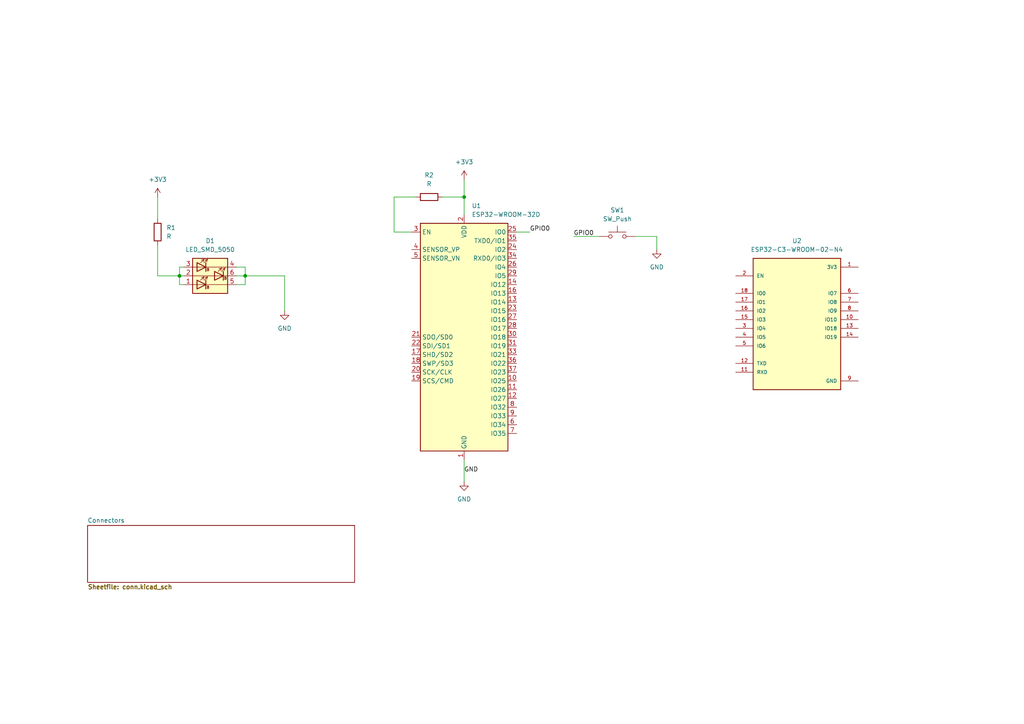
<source format=kicad_sch>
(kicad_sch (version 20231120) (generator "eeschema") (generator_version "8.0")
  (paper "A4")
  (lib_symbols
    (symbol "Alexander Symbol Library:ESP32-C3-WROOM-02-N4" (pin_names (offset 1.016))
      (property "Reference" "U" (at -12.7 21.082 0))
      (property "Value" "ESP32-C3-WROOM-02-N4" (at -13.208 -19.05 0))
      (symbol "ESP32-C3-WROOM-02-N4_0_0"
        (rectangle (start -12.7 20.32) (end 12.7 -17.78) (stroke (width 0.254)) (fill (type background)))
        (pin power_in line (at 17.78 17.78 180) (length 5.08) (name "3V3") (number "1"))
        (pin bidirectional line (at 17.78 2.54 180) (length 5.08) (name "IO10") (number "10"))
        (pin bidirectional line (at -17.78 -12.7 0) (length 5.08) (name "RXD") (number "11"))
        (pin bidirectional line (at -17.78 -10.16 0) (length 5.08) (name "TXD") (number "12"))
        (pin bidirectional line (at 17.78 0 180) (length 5.08) (name "IO18") (number "13"))
        (pin bidirectional line (at 17.78 -2.54 180) (length 5.08) (name "IO19") (number "14"))
        (pin bidirectional line (at -17.78 2.54 0) (length 5.08) (name "IO3") (number "15"))
        (pin bidirectional line (at -17.78 5.08 0) (length 5.08) (name "IO2") (number "16"))
        (pin bidirectional line (at -17.78 7.62 0) (length 5.08) (name "IO1") (number "17"))
        (pin bidirectional line (at -17.78 10.16 0) (length 5.08) (name "IO0") (number "18"))
        (pin power_in line (at 17.78 -15.24 180) (length 5.08) hide (name "GND__1") (number "19"))
        (pin input line (at -17.78 15.24 0) (length 5.08) (name "EN") (number "2"))
        (pin power_in line (at 17.78 -15.24 180) (length 5.08) hide (name "GND__2") (number "20"))
        (pin power_in line (at 17.78 -15.24 180) (length 5.08) hide (name "GND__3") (number "21"))
        (pin power_in line (at 17.78 -15.24 180) (length 5.08) hide (name "GND__4") (number "22"))
        (pin power_in line (at 17.78 -15.24 180) (length 5.08) hide (name "GND__5") (number "23"))
        (pin power_in line (at 17.78 -15.24 180) (length 5.08) hide (name "GND__6") (number "24"))
        (pin power_in line (at 17.78 -15.24 180) (length 5.08) hide (name "GND__7") (number "25"))
        (pin power_in line (at 17.78 -15.24 180) (length 5.08) hide (name "GND__8") (number "26"))
        (pin power_in line (at 17.78 -15.24 180) (length 5.08) hide (name "GND__9") (number "27"))
        (pin power_in line (at 17.78 -15.24 180) (length 5.08) hide (name "GND__10") (number "28"))
        (pin power_in line (at 17.78 -15.24 180) (length 5.08) hide (name "GND__11") (number "29"))
        (pin bidirectional line (at -17.78 0 0) (length 5.08) (name "IO4") (number "3"))
        (pin power_in line (at 17.78 -15.24 180) (length 5.08) hide (name "GND__12") (number "30"))
        (pin power_in line (at 17.78 -15.24 180) (length 5.08) hide (name "GND__13") (number "31"))
        (pin power_in line (at 17.78 -15.24 180) (length 5.08) hide (name "GND__14") (number "32"))
        (pin power_in line (at 17.78 -15.24 180) (length 5.08) hide (name "GND__15") (number "33"))
        (pin power_in line (at 17.78 -15.24 180) (length 5.08) hide (name "GND__16") (number "34"))
        (pin power_in line (at 16.51 -15.24 180) (length 5.08) hide (name "GND__17") (number "35"))
        (pin power_in line (at 16.51 -15.24 180) (length 5.08) hide (name "GND__18") (number "36"))
        (pin power_in line (at 16.51 -15.24 180) (length 5.08) hide (name "GND__19") (number "37"))
        (pin power_in line (at 16.51 -15.24 180) (length 5.08) hide (name "GND__20") (number "38"))
        (pin power_in line (at 16.51 -15.24 180) (length 5.08) hide (name "GND__21") (number "39"))
        (pin bidirectional line (at -17.78 -2.54 0) (length 5.08) (name "IO5") (number "4"))
        (pin bidirectional line (at -17.78 -5.08 0) (length 5.08) (name "IO6") (number "5"))
        (pin bidirectional line (at 17.78 10.16 180) (length 5.08) (name "IO7") (number "6"))
        (pin bidirectional line (at 17.78 7.62 180) (length 5.08) (name "IO8") (number "7"))
        (pin bidirectional line (at 17.78 5.08 180) (length 5.08) (name "IO9") (number "8"))
        (pin power_in line (at 17.78 -15.24 180) (length 5.08) (name "GND") (number "9"))
      )
    )
    (symbol "Alexander_Library_Symbols:LED_SMD_5050" (pin_names hide)
      (property "Reference" "D" (at -5.08 6.35 0))
      (property "Value" "LED_SMD_5050" (at -5.08 -6.35 0))
      (symbol "LED_SMD_5050_0_0"
        (text "B" (at -0.635 -3.3274 0) (effects (font (size 0.762 0.762))))
      )
      (symbol "LED_SMD_5050_0_1"
        (rectangle (start -5.08 5.08) (end 5.08 -5.08) (stroke (width 0.254)) (fill (type background)))
        (polyline (pts (xy -5.08 -2.54) (xy 5.08 -2.54)))
        (polyline (pts (xy -5.08 0) (xy 5.08 0)))
        (polyline (pts (xy -5.08 2.54) (xy 5.08 2.54)))
        (polyline (pts (xy -2.794 -1.27) (xy -1.778 -0.254)))
        (polyline (pts (xy -2.794 3.81) (xy -1.778 4.826)))
        (polyline (pts (xy -1.778 -1.27) (xy -0.762 -0.254)))
        (polyline (pts (xy -1.778 3.81) (xy -0.762 4.826)))
        (polyline (pts (xy -1.27 -1.27) (xy -1.27 -3.81)) (stroke (width 0.254)))
        (polyline (pts (xy -1.27 3.81) (xy -1.27 1.27)) (stroke (width 0.254)))
        (polyline (pts (xy 2.286 1.27) (xy 3.302 2.286)))
        (polyline (pts (xy 3.302 1.27) (xy 4.318 2.286)))
        (polyline (pts (xy 3.81 1.27) (xy 3.81 -1.27)) (stroke (width 0.254)))
        (polyline (pts (xy -2.54 4.572) (xy -1.778 4.826) (xy -2.032 4.064)))
        (polyline (pts (xy -2.032 -1.016) (xy -1.778 -0.254) (xy -2.54 -0.508)))
        (polyline (pts (xy -1.524 -0.508) (xy -0.762 -0.254) (xy -1.016 -1.016)))
        (polyline (pts (xy -1.524 4.572) (xy -0.762 4.826) (xy -1.016 4.064)))
        (polyline (pts (xy 3.048 1.524) (xy 3.302 2.286) (xy 2.54 2.032)))
        (polyline (pts (xy 3.556 2.032) (xy 4.318 2.286) (xy 4.064 1.524)))
        (polyline (pts (xy -3.81 -1.27) (xy -3.81 -3.81) (xy -1.27 -2.54) (xy -3.81 -1.27)) (stroke (width 0.254)))
        (polyline (pts (xy -3.81 3.81) (xy -3.81 1.27) (xy -1.27 2.54) (xy -3.81 3.81)) (stroke (width 0.254)))
        (polyline (pts (xy 1.27 1.27) (xy 1.27 -1.27) (xy 3.81 0) (xy 1.27 1.27)) (stroke (width 0.254)))
      )
      (symbol "LED_SMD_5050_1_0"
        (text "B" (at -0.635 1.8034 0) (effects (font (size 0.762 0.762))))
        (text "B" (at 4.4196 -0.7112 0) (effects (font (size 0.762 0.762))))
      )
      (symbol "LED_SMD_5050_1_1"
        (pin passive line (at -7.62 -2.54 0) (length 2.54) (name "AB") (number "1"))
        (pin passive line (at -7.62 0 0) (length 2.54) (name "KB") (number "2"))
        (pin passive line (at -7.62 2.54 0) (length 2.54) (name "AR") (number "3"))
        (pin passive line (at 7.62 2.54 180) (length 2.54) (name "KR") (number "4"))
        (pin passive line (at 7.62 -2.54 180) (length 2.54) (name "AG") (number "5"))
        (pin passive line (at 7.62 0 180) (length 2.54) (name "KR") (number "6"))
      )
    )
    (symbol "Device:R" (pin_numbers hide) (pin_names (offset 0))
      (property "Reference" "R" (at 2.032 0 90))
      (property "Value" "R" (at 0 0 90))
      (symbol "R_0_1"
        (rectangle (start -1.016 -2.54) (end 1.016 2.54) (stroke (width 0.254)))
      )
      (symbol "R_1_1"
        (pin passive line (at 0 3.81 270) (length 1.27) (name "~") (number "1"))
        (pin passive line (at 0 -3.81 90) (length 1.27) (name "~") (number "2"))
      )
    )
    (symbol "RF_Module:ESP32-WROOM-32D"
      (property "Reference" "U" (at -12.7 34.29 0))
      (property "Value" "ESP32-WROOM-32D" (at 1.27 34.29 0))
      (symbol "ESP32-WROOM-32D_0_1"
        (rectangle (start -12.7 33.02) (end 12.7 -33.02) (stroke (width 0.254)) (fill (type background)))
      )
      (symbol "ESP32-WROOM-32D_1_1"
        (pin power_in line (at 0 -35.56 90) (length 2.54) (name "GND") (number "1"))
        (pin bidirectional line (at 15.24 -12.7 180) (length 2.54) (name "IO25") (number "10"))
        (pin bidirectional line (at 15.24 -15.24 180) (length 2.54) (name "IO26") (number "11"))
        (pin bidirectional line (at 15.24 -17.78 180) (length 2.54) (name "IO27") (number "12"))
        (pin bidirectional line (at 15.24 10.16 180) (length 2.54) (name "IO14") (number "13"))
        (pin bidirectional line (at 15.24 15.24 180) (length 2.54) (name "IO12") (number "14"))
        (pin passive line (at 0 -35.56 90) (length 2.54) hide (name "GND") (number "15"))
        (pin bidirectional line (at 15.24 12.7 180) (length 2.54) (name "IO13") (number "16"))
        (pin bidirectional line (at -15.24 -5.08 0) (length 2.54) (name "SHD/SD2") (number "17"))
        (pin bidirectional line (at -15.24 -7.62 0) (length 2.54) (name "SWP/SD3") (number "18"))
        (pin bidirectional line (at -15.24 -12.7 0) (length 2.54) (name "SCS/CMD") (number "19"))
        (pin power_in line (at 0 35.56 270) (length 2.54) (name "VDD") (number "2"))
        (pin bidirectional line (at -15.24 -10.16 0) (length 2.54) (name "SCK/CLK") (number "20"))
        (pin bidirectional line (at -15.24 0 0) (length 2.54) (name "SDO/SD0") (number "21"))
        (pin bidirectional line (at -15.24 -2.54 0) (length 2.54) (name "SDI/SD1") (number "22"))
        (pin bidirectional line (at 15.24 7.62 180) (length 2.54) (name "IO15") (number "23"))
        (pin bidirectional line (at 15.24 25.4 180) (length 2.54) (name "IO2") (number "24"))
        (pin bidirectional line (at 15.24 30.48 180) (length 2.54) (name "IO0") (number "25"))
        (pin bidirectional line (at 15.24 20.32 180) (length 2.54) (name "IO4") (number "26"))
        (pin bidirectional line (at 15.24 5.08 180) (length 2.54) (name "IO16") (number "27"))
        (pin bidirectional line (at 15.24 2.54 180) (length 2.54) (name "IO17") (number "28"))
        (pin bidirectional line (at 15.24 17.78 180) (length 2.54) (name "IO5") (number "29"))
        (pin input line (at -15.24 30.48 0) (length 2.54) (name "EN") (number "3"))
        (pin bidirectional line (at 15.24 0 180) (length 2.54) (name "IO18") (number "30"))
        (pin bidirectional line (at 15.24 -2.54 180) (length 2.54) (name "IO19") (number "31"))
        (pin no_connect line (at -12.7 -27.94 0) (length 2.54) hide (name "NC") (number "32"))
        (pin bidirectional line (at 15.24 -5.08 180) (length 2.54) (name "IO21") (number "33"))
        (pin bidirectional line (at 15.24 22.86 180) (length 2.54) (name "RXD0/IO3") (number "34"))
        (pin bidirectional line (at 15.24 27.94 180) (length 2.54) (name "TXD0/IO1") (number "35"))
        (pin bidirectional line (at 15.24 -7.62 180) (length 2.54) (name "IO22") (number "36"))
        (pin bidirectional line (at 15.24 -10.16 180) (length 2.54) (name "IO23") (number "37"))
        (pin passive line (at 0 -35.56 90) (length 2.54) hide (name "GND") (number "38"))
        (pin passive line (at 0 -35.56 90) (length 2.54) hide (name "GND") (number "39"))
        (pin input line (at -15.24 25.4 0) (length 2.54) (name "SENSOR_VP") (number "4"))
        (pin input line (at -15.24 22.86 0) (length 2.54) (name "SENSOR_VN") (number "5"))
        (pin input line (at 15.24 -25.4 180) (length 2.54) (name "IO34") (number "6"))
        (pin input line (at 15.24 -27.94 180) (length 2.54) (name "IO35") (number "7"))
        (pin bidirectional line (at 15.24 -20.32 180) (length 2.54) (name "IO32") (number "8"))
        (pin bidirectional line (at 15.24 -22.86 180) (length 2.54) (name "IO33") (number "9"))
      )
    )
    (symbol "Switch:SW_Push" (pin_numbers hide) (pin_names (offset 1.016) hide)
      (property "Reference" "SW" (at 1.27 2.54 0))
      (property "Value" "SW_Push" (at 0 -1.524 0))
      (symbol "SW_Push_0_1"
        (circle (center -2.032 0) (radius 0.508))
        (polyline (pts (xy 0 1.27) (xy 0 3.048)))
        (polyline (pts (xy 2.54 1.27) (xy -2.54 1.27)))
        (circle (center 2.032 0) (radius 0.508))
        (pin passive line (at -5.08 0 0) (length 2.54) (name "1") (number "1"))
        (pin passive line (at 5.08 0 180) (length 2.54) (name "2") (number "2"))
      )
    )
    (symbol "power:+3V3" (power) (pin_numbers hide) (pin_names (offset 0) hide)
      (property "Value" "+3V3" (at 0 3.556 0))
      (symbol "+3V3_0_1"
        (polyline (pts (xy -0.762 1.27) (xy 0 2.54)))
        (polyline (pts (xy 0 0) (xy 0 2.54)))
        (polyline (pts (xy 0 2.54) (xy 0.762 1.27)))
      )
      (symbol "+3V3_1_1"
        (pin power_in line (at 0 0 90) (length 0) (name "~") (number "1"))
      )
    )
    (symbol "power:GND" (power) (pin_numbers hide) (pin_names (offset 0) hide)
      (property "Value" "GND" (at 0 -3.81 0))
      (symbol "GND_0_1"
        (polyline (pts (xy 0 0) (xy 0 -1.27) (xy 1.27 -1.27) (xy 0 -2.54) (xy -1.27 -1.27) (xy 0 -1.27)))
      )
      (symbol "GND_1_1"
        (pin power_in line (at 0 0 270) (length 0) (name "~") (number "1"))
      )
    )
  )
  (junction (at 52.07 80.01))
  (junction (at 134.62 57.15))
  (junction (at 71.12 80.01))
  (wire (pts (xy 128.27 57.15) (xy 134.62 57.15)))
  (wire (pts (xy 190.5 68.58) (xy 190.5 72.39)))
  (wire (pts (xy 71.12 82.55) (xy 71.12 80.01)))
  (wire (pts (xy 71.12 80.01) (xy 82.55 80.01)))
  (wire (pts (xy 68.58 82.55) (xy 71.12 82.55)))
  (wire (pts (xy 45.72 71.12) (xy 45.72 80.01)))
  (wire (pts (xy 134.62 52.07) (xy 134.62 57.15)))
  (wire (pts (xy 71.12 77.47) (xy 71.12 80.01)))
  (wire (pts (xy 68.58 77.47) (xy 71.12 77.47)))
  (wire (pts (xy 52.07 80.01) (xy 53.34 80.01)))
  (wire (pts (xy 166.37 68.58) (xy 173.99 68.58)))
  (wire (pts (xy 45.72 80.01) (xy 52.07 80.01)))
  (wire (pts (xy 114.3 67.31) (xy 114.3 57.15)))
  (wire (pts (xy 82.55 80.01) (xy 82.55 90.17)))
  (wire (pts (xy 52.07 82.55) (xy 52.07 80.01)))
  (wire (pts (xy 119.38 67.31) (xy 114.3 67.31)))
  (wire (pts (xy 68.58 80.01) (xy 71.12 80.01)))
  (wire (pts (xy 134.62 133.35) (xy 134.62 139.7)))
  (wire (pts (xy 45.72 57.15) (xy 45.72 63.5)))
  (wire (pts (xy 114.3 57.15) (xy 120.65 57.15)))
  (wire (pts (xy 134.62 57.15) (xy 134.62 62.23)))
  (wire (pts (xy 149.86 67.31) (xy 153.67 67.31)))
  (wire (pts (xy 52.07 77.47) (xy 52.07 80.01)))
  (wire (pts (xy 53.34 77.47) (xy 52.07 77.47)))
  (wire (pts (xy 53.34 82.55) (xy 52.07 82.55)))
  (wire (pts (xy 184.15 68.58) (xy 190.5 68.58)))
  (label "GND" (at 134.62 137.16 0))
  (label "GPIO0" (at 166.37 68.58 0))
  (label "GPIO0" (at 153.67 67.31 0))
  (symbol (lib_id "power:+3V3") (at 45.72 57.15 0) (unit 1)
    (property "Reference" "#PWR05" (effects (hide yes)))
    (property "Value" "+3V3" (at 45.72 52.07 0))
    (property "Description" "Power symbol creates a global label with name \"+3V3\"" (effects (hide yes)))
  )
  (symbol (lib_id "power:+3V3") (at 134.62 52.07 0) (unit 1)
    (property "Reference" "#PWR02" (effects (hide yes)))
    (property "Value" "+3V3" (at 134.62 46.99 0))
    (property "Description" "Power symbol creates a global label with name \"+3V3\"" (effects (hide yes)))
  )
  (symbol (lib_id "RF_Module:ESP32-WROOM-32D") (at 134.62 97.79 0) (unit 1)
    (property "Reference" "U1" (at 136.8141 59.69 0) (effects (justify left)))
    (property "Value" "ESP32-WROOM-32D" (at 136.8141 62.23 0) (effects (justify left)))
    (property "Footprint" "Alexander Footprint Library:ESP32-WROOM-Adapter-Legacy-v3" (effects (hide yes)))
    (property "Datasheet" "https://www.espressif.com/sites/default/files/documentation/esp32-wroom-32d_esp32-wroom-32u_datasheet_en.pdf" (effects (hide yes)))
  )
  (symbol (lib_id "Alexander Symbol Library:ESP32-C3-WROOM-02-N4") (at 231.14 95.25 0) (unit 1)
    (property "Reference" "U2" (at 231.14 69.85 0))
    (property "Value" "ESP32-C3-WROOM-02-N4" (at 231.14 72.39 0))
    (property "Footprint" "Alexander Footprint Library:ESP32-C3-WROOM-02-H4" (effects (hide yes)))
    (property "MP" "ESP32-C3-WROOM-02-H4" (effects (hide yes)))
  )
  (symbol (lib_id "Alexander_Library_Symbols:LED_SMD_5050") (at 60.96 80.01 0) (unit 1)
    (property "Reference" "D1" (at 60.96 69.85 0))
    (property "Value" "LED_SMD_5050" (at 60.96 72.39 0))
    (property "Footprint" "Alexander Footprint Library:LED_5050-6" (effects (hide yes)))
    (property "Datasheet" "https://www.cree.com/led-components/media/documents/CLS6B-FKW.pdf" (effects (hide yes)))
    (property "Description" "Cree PLCC6 3 in 1 SMD LED, PLCC-6" (effects (hide yes)))
  )
  (symbol (lib_id "Device:R") (at 45.72 67.31 0) (unit 1)
    (property "Reference" "R1" (at 48.26 66.0399 0) (effects (justify left)))
    (property "Value" "R" (at 48.26 68.5799 0) (effects (justify left)))
    (property "Footprint" "Resistor_SMD:R_1206_3216Metric_Pad1.30x1.75mm_HandSolder" (effects (hide yes)))
    (property "Description" "Resistor" (effects (hide yes)))
  )
  (symbol (lib_id "power:GND") (at 82.55 90.17 0) (unit 1)
    (property "Reference" "#PWR04" (effects (hide yes)))
    (property "Value" "GND" (at 82.55 95.25 0))
    (property "Description" "Power symbol creates a global label with name \"GND\" , ground" (effects (hide yes)))
  )
  (symbol (lib_id "power:GND") (at 190.5 72.39 0) (unit 1)
    (property "Reference" "#PWR06" (effects (hide yes)))
    (property "Value" "GND" (at 190.5 77.47 0))
    (property "Description" "Power symbol creates a global label with name \"GND\" , ground" (effects (hide yes)))
  )
  (symbol (lib_id "power:GND") (at 134.62 139.7 0) (unit 1)
    (property "Reference" "#PWR03" (effects (hide yes)))
    (property "Value" "GND" (at 134.62 144.78 0))
    (property "Description" "Power symbol creates a global label with name \"GND\" , ground" (effects (hide yes)))
  )
  (symbol (lib_id "Switch:SW_Push") (at 179.07 68.58 0) (unit 1)
    (property "Reference" "SW1" (at 179.07 60.96 0))
    (property "Value" "SW_Push" (at 179.07 63.5 0))
    (property "Footprint" "Alexander Footprint Library:SW_SPST_6x3" (effects (hide yes)))
    (property "Description" "Push button switch, generic, two pins" (effects (hide yes)))
  )
  (symbol (lib_id "Device:R") (at 124.46 57.15 270) (unit 1)
    (property "Reference" "R2" (at 124.46 50.8 90))
    (property "Value" "R" (at 124.46 53.34 90))
    (property "Footprint" "Resistor_SMD:R_1206_3216Metric_Pad1.30x1.75mm_HandSolder" (effects (hide yes)))
    (property "Description" "Resistor" (effects (hide yes)))
  )
  (sheet (at 25.4 152.4) (size 77.47 16.51) (stroke (width 0.1524) (color 132 0 0 1))
    (property "Sheetname" "Connectors" (at 25.4 151.6884 0) (effects (justify left bottom)))
    (property "Sheetfile" "conn.kicad_sch" (at 25.4 169.4946 0) (show_name yes) (effects (font (bold yes)) (justify left top)))
  )
)
</source>
